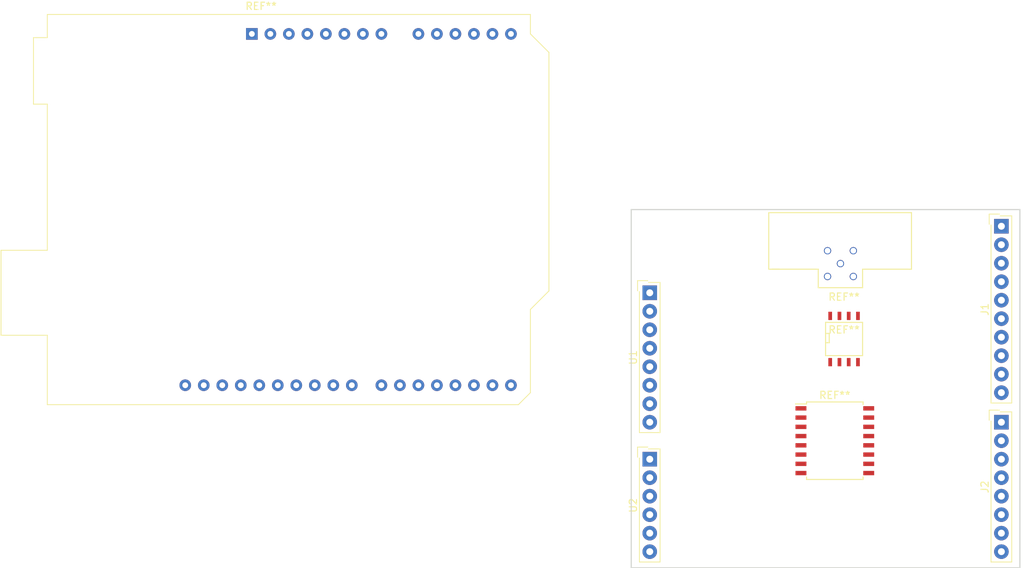
<source format=kicad_pcb>
(kicad_pcb (version 4) (host pcbnew 4.0.7)

  (general
    (links 0)
    (no_connects 0)
    (area 49.054999 63.795 190.035 141.995001)
    (thickness 1.6)
    (drawings 4)
    (tracks 0)
    (zones 0)
    (modules 8)
    (nets 33)
  )

  (page A4)
  (layers
    (0 F.Cu signal)
    (31 B.Cu signal)
    (32 B.Adhes user)
    (33 F.Adhes user)
    (34 B.Paste user)
    (35 F.Paste user)
    (36 B.SilkS user)
    (37 F.SilkS user)
    (38 B.Mask user)
    (39 F.Mask user)
    (40 Dwgs.User user)
    (41 Cmts.User user)
    (42 Eco1.User user)
    (43 Eco2.User user)
    (44 Edge.Cuts user)
    (45 Margin user)
    (46 B.CrtYd user)
    (47 F.CrtYd user)
    (48 B.Fab user)
    (49 F.Fab user)
  )

  (setup
    (last_trace_width 0.25)
    (trace_clearance 0.2)
    (zone_clearance 0.508)
    (zone_45_only no)
    (trace_min 0.2)
    (segment_width 0.2)
    (edge_width 0.15)
    (via_size 0.6)
    (via_drill 0.4)
    (via_min_size 0.4)
    (via_min_drill 0.3)
    (uvia_size 0.3)
    (uvia_drill 0.1)
    (uvias_allowed no)
    (uvia_min_size 0.2)
    (uvia_min_drill 0.1)
    (pcb_text_width 0.3)
    (pcb_text_size 1.5 1.5)
    (mod_edge_width 0.15)
    (mod_text_size 1 1)
    (mod_text_width 0.15)
    (pad_size 1.524 1.524)
    (pad_drill 0.762)
    (pad_to_mask_clearance 0.2)
    (aux_axis_origin 0 0)
    (visible_elements 7FFFFFFF)
    (pcbplotparams
      (layerselection 0x010f0_80000001)
      (usegerberextensions true)
      (excludeedgelayer true)
      (linewidth 0.100000)
      (plotframeref false)
      (viasonmask false)
      (mode 1)
      (useauxorigin false)
      (hpglpennumber 1)
      (hpglpenspeed 20)
      (hpglpendiameter 15)
      (hpglpenoverlay 2)
      (psnegative false)
      (psa4output false)
      (plotreference true)
      (plotvalue true)
      (plotinvisibletext false)
      (padsonsilk false)
      (subtractmaskfromsilk false)
      (outputformat 1)
      (mirror false)
      (drillshape 0)
      (scaleselection 1)
      (outputdirectory ""))
  )

  (net 0 "")
  (net 1 "Net-(U1-Pad1)")
  (net 2 "Net-(U1-Pad2)")
  (net 3 "Net-(U1-Pad3)")
  (net 4 "Net-(U1-Pad4)")
  (net 5 "Net-(U1-Pad5)")
  (net 6 "Net-(U1-Pad6)")
  (net 7 "Net-(U1-Pad7)")
  (net 8 "Net-(U1-Pad8)")
  (net 9 "Net-(U2-Pad1)")
  (net 10 "Net-(U2-Pad2)")
  (net 11 "Net-(U2-Pad3)")
  (net 12 "Net-(U2-Pad4)")
  (net 13 "Net-(U2-Pad5)")
  (net 14 "Net-(U2-Pad6)")
  (net 15 "Net-(J1-Pad1)")
  (net 16 "Net-(J1-Pad2)")
  (net 17 "Net-(J1-Pad3)")
  (net 18 "Net-(J1-Pad4)")
  (net 19 "Net-(J1-Pad5)")
  (net 20 "Net-(J1-Pad6)")
  (net 21 "Net-(J1-Pad7)")
  (net 22 "Net-(J1-Pad8)")
  (net 23 "Net-(J1-Pad9)")
  (net 24 "Net-(J1-Pad10)")
  (net 25 "Net-(J2-Pad1)")
  (net 26 "Net-(J2-Pad2)")
  (net 27 "Net-(J2-Pad3)")
  (net 28 "Net-(J2-Pad4)")
  (net 29 "Net-(J2-Pad5)")
  (net 30 "Net-(J2-Pad6)")
  (net 31 "Net-(J2-Pad7)")
  (net 32 "Net-(J2-Pad8)")

  (net_class Default "This is the default net class."
    (clearance 0.2)
    (trace_width 0.25)
    (via_dia 0.6)
    (via_drill 0.4)
    (uvia_dia 0.3)
    (uvia_drill 0.1)
    (add_net "Net-(J1-Pad1)")
    (add_net "Net-(J1-Pad10)")
    (add_net "Net-(J1-Pad2)")
    (add_net "Net-(J1-Pad3)")
    (add_net "Net-(J1-Pad4)")
    (add_net "Net-(J1-Pad5)")
    (add_net "Net-(J1-Pad6)")
    (add_net "Net-(J1-Pad7)")
    (add_net "Net-(J1-Pad8)")
    (add_net "Net-(J1-Pad9)")
    (add_net "Net-(J2-Pad1)")
    (add_net "Net-(J2-Pad2)")
    (add_net "Net-(J2-Pad3)")
    (add_net "Net-(J2-Pad4)")
    (add_net "Net-(J2-Pad5)")
    (add_net "Net-(J2-Pad6)")
    (add_net "Net-(J2-Pad7)")
    (add_net "Net-(J2-Pad8)")
    (add_net "Net-(U1-Pad1)")
    (add_net "Net-(U1-Pad2)")
    (add_net "Net-(U1-Pad3)")
    (add_net "Net-(U1-Pad4)")
    (add_net "Net-(U1-Pad5)")
    (add_net "Net-(U1-Pad6)")
    (add_net "Net-(U1-Pad7)")
    (add_net "Net-(U1-Pad8)")
    (add_net "Net-(U2-Pad1)")
    (add_net "Net-(U2-Pad2)")
    (add_net "Net-(U2-Pad3)")
    (add_net "Net-(U2-Pad4)")
    (add_net "Net-(U2-Pad5)")
    (add_net "Net-(U2-Pad6)")
  )

  (module Connectors_Samtec:SL-108-X-XX_1x08 (layer F.Cu) (tedit 59BD7D3C) (tstamp 59BD731A)
    (at 138.43 104.14)
    (descr "Low profile, screw machine socket strip, through hole, 100mil / 2.54mm pitch")
    (tags "samtec socket strip tht single")
    (path /59BD729D)
    (fp_text reference U1 (at -2.27 8.89 90) (layer F.SilkS)
      (effects (font (size 1 1) (thickness 0.15)))
    )
    (fp_text value CN6 (at 2.27 8.89 90) (layer F.Fab)
      (effects (font (size 1 1) (thickness 0.15)))
    )
    (fp_line (start -0.17 -1.42) (end 1.42 -1.42) (layer F.SilkS) (width 0.12))
    (fp_line (start 1.42 -1.42) (end 1.42 19.2) (layer F.SilkS) (width 0.12))
    (fp_line (start 1.42 19.2) (end -1.42 19.2) (layer F.SilkS) (width 0.12))
    (fp_line (start -1.42 19.2) (end -1.42 -0.17) (layer F.SilkS) (width 0.12))
    (fp_line (start -0.27 -1.67) (end -1.67 -1.67) (layer F.SilkS) (width 0.12))
    (fp_line (start -1.67 -1.67) (end -1.67 -0.27) (layer F.SilkS) (width 0.12))
    (fp_line (start -0.27 -1.67) (end -1.67 -1.67) (layer F.Fab) (width 0.1))
    (fp_line (start -1.67 -1.67) (end -1.67 -0.27) (layer F.Fab) (width 0.1))
    (fp_line (start -1.27 -1.27) (end -1.27 19.05) (layer F.Fab) (width 0.1))
    (fp_line (start -1.27 19.05) (end 1.27 19.05) (layer F.Fab) (width 0.1))
    (fp_line (start 1.27 19.05) (end 1.27 -1.27) (layer F.Fab) (width 0.1))
    (fp_line (start 1.27 -1.27) (end -1.27 -1.27) (layer F.Fab) (width 0.1))
    (fp_line (start -1.77 -1.77) (end -1.77 19.55) (layer F.CrtYd) (width 0.05))
    (fp_line (start -1.77 19.55) (end 1.77 19.55) (layer F.CrtYd) (width 0.05))
    (fp_line (start 1.77 19.55) (end 1.77 -1.77) (layer F.CrtYd) (width 0.05))
    (fp_line (start 1.77 -1.77) (end -1.77 -1.77) (layer F.CrtYd) (width 0.05))
    (fp_line (start -1.27 1.27) (end -1.07 1.27) (layer F.Fab) (width 0.1))
    (fp_line (start 1.27 1.27) (end 1.07 1.27) (layer F.Fab) (width 0.1))
    (fp_line (start -1.27 3.81) (end -1.07 3.81) (layer F.Fab) (width 0.1))
    (fp_line (start 1.27 3.81) (end 1.07 3.81) (layer F.Fab) (width 0.1))
    (fp_line (start -1.27 6.35) (end -1.07 6.35) (layer F.Fab) (width 0.1))
    (fp_line (start 1.27 6.35) (end 1.07 6.35) (layer F.Fab) (width 0.1))
    (fp_line (start -1.27 8.89) (end -1.07 8.89) (layer F.Fab) (width 0.1))
    (fp_line (start 1.27 8.89) (end 1.07 8.89) (layer F.Fab) (width 0.1))
    (fp_line (start -1.27 11.43) (end -1.07 11.43) (layer F.Fab) (width 0.1))
    (fp_line (start 1.27 11.43) (end 1.07 11.43) (layer F.Fab) (width 0.1))
    (fp_line (start -1.27 13.97) (end -1.07 13.97) (layer F.Fab) (width 0.1))
    (fp_line (start 1.27 13.97) (end 1.07 13.97) (layer F.Fab) (width 0.1))
    (fp_line (start -1.27 16.51) (end -1.07 16.51) (layer F.Fab) (width 0.1))
    (fp_line (start 1.27 16.51) (end 1.07 16.51) (layer F.Fab) (width 0.1))
    (fp_line (start -1.27 19.05) (end -1.07 19.05) (layer F.Fab) (width 0.1))
    (fp_line (start 1.27 19.05) (end 1.07 19.05) (layer F.Fab) (width 0.1))
    (fp_text user %R (at 0 8.89 90) (layer F.Fab)
      (effects (font (size 1 1) (thickness 0.15)))
    )
    (pad 1 thru_hole rect (at 0 0) (size 2 2) (drill 0.95) (layers *.Cu *.Mask)
      (net 1 "Net-(U1-Pad1)"))
    (pad 2 thru_hole circle (at 0 2.54) (size 2 2) (drill 0.95) (layers *.Cu *.Mask)
      (net 2 "Net-(U1-Pad2)"))
    (pad 3 thru_hole circle (at 0 5.08) (size 2 2) (drill 0.95) (layers *.Cu *.Mask)
      (net 3 "Net-(U1-Pad3)"))
    (pad 4 thru_hole circle (at 0 7.62) (size 2 2) (drill 0.95) (layers *.Cu *.Mask)
      (net 4 "Net-(U1-Pad4)"))
    (pad 5 thru_hole circle (at 0 10.16) (size 2 2) (drill 0.95) (layers *.Cu *.Mask)
      (net 5 "Net-(U1-Pad5)"))
    (pad 6 thru_hole circle (at 0 12.7) (size 2 2) (drill 0.95) (layers *.Cu *.Mask)
      (net 6 "Net-(U1-Pad6)"))
    (pad 7 thru_hole circle (at 0 15.24) (size 2 2) (drill 0.95) (layers *.Cu *.Mask)
      (net 7 "Net-(U1-Pad7)"))
    (pad 8 thru_hole circle (at 0 17.78) (size 2 2) (drill 0.95) (layers *.Cu *.Mask)
      (net 8 "Net-(U1-Pad8)"))
    (model ${KISYS3DMOD}/Connectors_Samtec.3dshapes/SL-108-X-XX_1x08.wrl
      (at (xyz 0 0 0))
      (scale (xyz 1 1 1))
      (rotate (xyz 0 0 0))
    )
  )

  (module Connectors_Samtec:SL-106-X-XX_1x06 (layer F.Cu) (tedit 590274D5) (tstamp 59BD7324)
    (at 138.43 127)
    (descr "Low profile, screw machine socket strip, through hole, 100mil / 2.54mm pitch")
    (tags "samtec socket strip tht single")
    (path /59BD72E8)
    (fp_text reference U2 (at -2.27 6.35 90) (layer F.SilkS)
      (effects (font (size 1 1) (thickness 0.15)))
    )
    (fp_text value CN8 (at 2.27 6.35 90) (layer F.Fab)
      (effects (font (size 1 1) (thickness 0.15)))
    )
    (fp_line (start -0.17 -1.42) (end 1.42 -1.42) (layer F.SilkS) (width 0.12))
    (fp_line (start 1.42 -1.42) (end 1.42 14.12) (layer F.SilkS) (width 0.12))
    (fp_line (start 1.42 14.12) (end -1.42 14.12) (layer F.SilkS) (width 0.12))
    (fp_line (start -1.42 14.12) (end -1.42 -0.17) (layer F.SilkS) (width 0.12))
    (fp_line (start -0.27 -1.67) (end -1.67 -1.67) (layer F.SilkS) (width 0.12))
    (fp_line (start -1.67 -1.67) (end -1.67 -0.27) (layer F.SilkS) (width 0.12))
    (fp_line (start -0.27 -1.67) (end -1.67 -1.67) (layer F.Fab) (width 0.1))
    (fp_line (start -1.67 -1.67) (end -1.67 -0.27) (layer F.Fab) (width 0.1))
    (fp_line (start -1.27 -1.27) (end -1.27 13.97) (layer F.Fab) (width 0.1))
    (fp_line (start -1.27 13.97) (end 1.27 13.97) (layer F.Fab) (width 0.1))
    (fp_line (start 1.27 13.97) (end 1.27 -1.27) (layer F.Fab) (width 0.1))
    (fp_line (start 1.27 -1.27) (end -1.27 -1.27) (layer F.Fab) (width 0.1))
    (fp_line (start -1.77 -1.77) (end -1.77 14.47) (layer F.CrtYd) (width 0.05))
    (fp_line (start -1.77 14.47) (end 1.77 14.47) (layer F.CrtYd) (width 0.05))
    (fp_line (start 1.77 14.47) (end 1.77 -1.77) (layer F.CrtYd) (width 0.05))
    (fp_line (start 1.77 -1.77) (end -1.77 -1.77) (layer F.CrtYd) (width 0.05))
    (fp_line (start -1.27 1.27) (end -1.07 1.27) (layer F.Fab) (width 0.1))
    (fp_line (start 1.27 1.27) (end 1.07 1.27) (layer F.Fab) (width 0.1))
    (fp_line (start -1.27 3.81) (end -1.07 3.81) (layer F.Fab) (width 0.1))
    (fp_line (start 1.27 3.81) (end 1.07 3.81) (layer F.Fab) (width 0.1))
    (fp_line (start -1.27 6.35) (end -1.07 6.35) (layer F.Fab) (width 0.1))
    (fp_line (start 1.27 6.35) (end 1.07 6.35) (layer F.Fab) (width 0.1))
    (fp_line (start -1.27 8.89) (end -1.07 8.89) (layer F.Fab) (width 0.1))
    (fp_line (start 1.27 8.89) (end 1.07 8.89) (layer F.Fab) (width 0.1))
    (fp_line (start -1.27 11.43) (end -1.07 11.43) (layer F.Fab) (width 0.1))
    (fp_line (start 1.27 11.43) (end 1.07 11.43) (layer F.Fab) (width 0.1))
    (fp_line (start -1.27 13.97) (end -1.07 13.97) (layer F.Fab) (width 0.1))
    (fp_line (start 1.27 13.97) (end 1.07 13.97) (layer F.Fab) (width 0.1))
    (fp_text user %R (at 0 6.35 90) (layer F.Fab)
      (effects (font (size 1 1) (thickness 0.15)))
    )
    (pad 1 thru_hole rect (at 0 0) (size 2 2) (drill 0.95) (layers *.Cu *.Mask)
      (net 9 "Net-(U2-Pad1)"))
    (pad 2 thru_hole circle (at 0 2.54) (size 2 2) (drill 0.95) (layers *.Cu *.Mask)
      (net 10 "Net-(U2-Pad2)"))
    (pad 3 thru_hole circle (at 0 5.08) (size 2 2) (drill 0.95) (layers *.Cu *.Mask)
      (net 11 "Net-(U2-Pad3)"))
    (pad 4 thru_hole circle (at 0 7.62) (size 2 2) (drill 0.95) (layers *.Cu *.Mask)
      (net 12 "Net-(U2-Pad4)"))
    (pad 5 thru_hole circle (at 0 10.16) (size 2 2) (drill 0.95) (layers *.Cu *.Mask)
      (net 13 "Net-(U2-Pad5)"))
    (pad 6 thru_hole circle (at 0 12.7) (size 2 2) (drill 0.95) (layers *.Cu *.Mask)
      (net 14 "Net-(U2-Pad6)"))
    (model ${KISYS3DMOD}/Connectors_Samtec.3dshapes/SL-106-X-XX_1x06.wrl
      (at (xyz 0 0 0))
      (scale (xyz 1 1 1))
      (rotate (xyz 0 0 0))
    )
  )

  (module Connectors_Samtec:SL-110-X-XX_1x10 (layer F.Cu) (tedit 590274D5) (tstamp 59C449CB)
    (at 186.69 95)
    (descr "Low profile, screw machine socket strip, through hole, 100mil / 2.54mm pitch")
    (tags "samtec socket strip tht single")
    (path /59C43F10)
    (fp_text reference J1 (at -2.27 11.43 90) (layer F.SilkS)
      (effects (font (size 1 1) (thickness 0.15)))
    )
    (fp_text value CN5 (at 2.27 11.43 90) (layer F.Fab)
      (effects (font (size 1 1) (thickness 0.15)))
    )
    (fp_line (start -0.17 -1.42) (end 1.42 -1.42) (layer F.SilkS) (width 0.12))
    (fp_line (start 1.42 -1.42) (end 1.42 24.28) (layer F.SilkS) (width 0.12))
    (fp_line (start 1.42 24.28) (end -1.42 24.28) (layer F.SilkS) (width 0.12))
    (fp_line (start -1.42 24.28) (end -1.42 -0.17) (layer F.SilkS) (width 0.12))
    (fp_line (start -0.27 -1.67) (end -1.67 -1.67) (layer F.SilkS) (width 0.12))
    (fp_line (start -1.67 -1.67) (end -1.67 -0.27) (layer F.SilkS) (width 0.12))
    (fp_line (start -0.27 -1.67) (end -1.67 -1.67) (layer F.Fab) (width 0.1))
    (fp_line (start -1.67 -1.67) (end -1.67 -0.27) (layer F.Fab) (width 0.1))
    (fp_line (start -1.27 -1.27) (end -1.27 24.13) (layer F.Fab) (width 0.1))
    (fp_line (start -1.27 24.13) (end 1.27 24.13) (layer F.Fab) (width 0.1))
    (fp_line (start 1.27 24.13) (end 1.27 -1.27) (layer F.Fab) (width 0.1))
    (fp_line (start 1.27 -1.27) (end -1.27 -1.27) (layer F.Fab) (width 0.1))
    (fp_line (start -1.77 -1.77) (end -1.77 24.63) (layer F.CrtYd) (width 0.05))
    (fp_line (start -1.77 24.63) (end 1.77 24.63) (layer F.CrtYd) (width 0.05))
    (fp_line (start 1.77 24.63) (end 1.77 -1.77) (layer F.CrtYd) (width 0.05))
    (fp_line (start 1.77 -1.77) (end -1.77 -1.77) (layer F.CrtYd) (width 0.05))
    (fp_line (start -1.27 1.27) (end -1.07 1.27) (layer F.Fab) (width 0.1))
    (fp_line (start 1.27 1.27) (end 1.07 1.27) (layer F.Fab) (width 0.1))
    (fp_line (start -1.27 3.81) (end -1.07 3.81) (layer F.Fab) (width 0.1))
    (fp_line (start 1.27 3.81) (end 1.07 3.81) (layer F.Fab) (width 0.1))
    (fp_line (start -1.27 6.35) (end -1.07 6.35) (layer F.Fab) (width 0.1))
    (fp_line (start 1.27 6.35) (end 1.07 6.35) (layer F.Fab) (width 0.1))
    (fp_line (start -1.27 8.89) (end -1.07 8.89) (layer F.Fab) (width 0.1))
    (fp_line (start 1.27 8.89) (end 1.07 8.89) (layer F.Fab) (width 0.1))
    (fp_line (start -1.27 11.43) (end -1.07 11.43) (layer F.Fab) (width 0.1))
    (fp_line (start 1.27 11.43) (end 1.07 11.43) (layer F.Fab) (width 0.1))
    (fp_line (start -1.27 13.97) (end -1.07 13.97) (layer F.Fab) (width 0.1))
    (fp_line (start 1.27 13.97) (end 1.07 13.97) (layer F.Fab) (width 0.1))
    (fp_line (start -1.27 16.51) (end -1.07 16.51) (layer F.Fab) (width 0.1))
    (fp_line (start 1.27 16.51) (end 1.07 16.51) (layer F.Fab) (width 0.1))
    (fp_line (start -1.27 19.05) (end -1.07 19.05) (layer F.Fab) (width 0.1))
    (fp_line (start 1.27 19.05) (end 1.07 19.05) (layer F.Fab) (width 0.1))
    (fp_line (start -1.27 21.59) (end -1.07 21.59) (layer F.Fab) (width 0.1))
    (fp_line (start 1.27 21.59) (end 1.07 21.59) (layer F.Fab) (width 0.1))
    (fp_line (start -1.27 24.13) (end -1.07 24.13) (layer F.Fab) (width 0.1))
    (fp_line (start 1.27 24.13) (end 1.07 24.13) (layer F.Fab) (width 0.1))
    (fp_text user %R (at 0 11.43 90) (layer F.Fab)
      (effects (font (size 1 1) (thickness 0.15)))
    )
    (pad 1 thru_hole rect (at 0 0) (size 2 2) (drill 0.95) (layers *.Cu *.Mask)
      (net 15 "Net-(J1-Pad1)"))
    (pad 2 thru_hole circle (at 0 2.54) (size 2 2) (drill 0.95) (layers *.Cu *.Mask)
      (net 16 "Net-(J1-Pad2)"))
    (pad 3 thru_hole circle (at 0 5.08) (size 2 2) (drill 0.95) (layers *.Cu *.Mask)
      (net 17 "Net-(J1-Pad3)"))
    (pad 4 thru_hole circle (at 0 7.62) (size 2 2) (drill 0.95) (layers *.Cu *.Mask)
      (net 18 "Net-(J1-Pad4)"))
    (pad 5 thru_hole circle (at 0 10.16) (size 2 2) (drill 0.95) (layers *.Cu *.Mask)
      (net 19 "Net-(J1-Pad5)"))
    (pad 6 thru_hole circle (at 0 12.7) (size 2 2) (drill 0.95) (layers *.Cu *.Mask)
      (net 20 "Net-(J1-Pad6)"))
    (pad 7 thru_hole circle (at 0 15.24) (size 2 2) (drill 0.95) (layers *.Cu *.Mask)
      (net 21 "Net-(J1-Pad7)"))
    (pad 8 thru_hole circle (at 0 17.78) (size 2 2) (drill 0.95) (layers *.Cu *.Mask)
      (net 22 "Net-(J1-Pad8)"))
    (pad 9 thru_hole circle (at 0 20.32) (size 2 2) (drill 0.95) (layers *.Cu *.Mask)
      (net 23 "Net-(J1-Pad9)"))
    (pad 10 thru_hole circle (at 0 22.86) (size 2 2) (drill 0.95) (layers *.Cu *.Mask)
      (net 24 "Net-(J1-Pad10)"))
    (model ${KISYS3DMOD}/Connectors_Samtec.3dshapes/SL-110-X-XX_1x10.wrl
      (at (xyz 0 0 0))
      (scale (xyz 1 1 1))
      (rotate (xyz 0 0 0))
    )
  )

  (module Connectors_Samtec:SL-108-X-XX_1x08 (layer F.Cu) (tedit 590274D5) (tstamp 59C449F8)
    (at 186.69 121.92)
    (descr "Low profile, screw machine socket strip, through hole, 100mil / 2.54mm pitch")
    (tags "samtec socket strip tht single")
    (path /59C43F5D)
    (fp_text reference J2 (at -2.27 8.89 90) (layer F.SilkS)
      (effects (font (size 1 1) (thickness 0.15)))
    )
    (fp_text value CN9 (at 2.27 8.89 90) (layer F.Fab)
      (effects (font (size 1 1) (thickness 0.15)))
    )
    (fp_line (start -0.17 -1.42) (end 1.42 -1.42) (layer F.SilkS) (width 0.12))
    (fp_line (start 1.42 -1.42) (end 1.42 19.2) (layer F.SilkS) (width 0.12))
    (fp_line (start 1.42 19.2) (end -1.42 19.2) (layer F.SilkS) (width 0.12))
    (fp_line (start -1.42 19.2) (end -1.42 -0.17) (layer F.SilkS) (width 0.12))
    (fp_line (start -0.27 -1.67) (end -1.67 -1.67) (layer F.SilkS) (width 0.12))
    (fp_line (start -1.67 -1.67) (end -1.67 -0.27) (layer F.SilkS) (width 0.12))
    (fp_line (start -0.27 -1.67) (end -1.67 -1.67) (layer F.Fab) (width 0.1))
    (fp_line (start -1.67 -1.67) (end -1.67 -0.27) (layer F.Fab) (width 0.1))
    (fp_line (start -1.27 -1.27) (end -1.27 19.05) (layer F.Fab) (width 0.1))
    (fp_line (start -1.27 19.05) (end 1.27 19.05) (layer F.Fab) (width 0.1))
    (fp_line (start 1.27 19.05) (end 1.27 -1.27) (layer F.Fab) (width 0.1))
    (fp_line (start 1.27 -1.27) (end -1.27 -1.27) (layer F.Fab) (width 0.1))
    (fp_line (start -1.77 -1.77) (end -1.77 19.55) (layer F.CrtYd) (width 0.05))
    (fp_line (start -1.77 19.55) (end 1.77 19.55) (layer F.CrtYd) (width 0.05))
    (fp_line (start 1.77 19.55) (end 1.77 -1.77) (layer F.CrtYd) (width 0.05))
    (fp_line (start 1.77 -1.77) (end -1.77 -1.77) (layer F.CrtYd) (width 0.05))
    (fp_line (start -1.27 1.27) (end -1.07 1.27) (layer F.Fab) (width 0.1))
    (fp_line (start 1.27 1.27) (end 1.07 1.27) (layer F.Fab) (width 0.1))
    (fp_line (start -1.27 3.81) (end -1.07 3.81) (layer F.Fab) (width 0.1))
    (fp_line (start 1.27 3.81) (end 1.07 3.81) (layer F.Fab) (width 0.1))
    (fp_line (start -1.27 6.35) (end -1.07 6.35) (layer F.Fab) (width 0.1))
    (fp_line (start 1.27 6.35) (end 1.07 6.35) (layer F.Fab) (width 0.1))
    (fp_line (start -1.27 8.89) (end -1.07 8.89) (layer F.Fab) (width 0.1))
    (fp_line (start 1.27 8.89) (end 1.07 8.89) (layer F.Fab) (width 0.1))
    (fp_line (start -1.27 11.43) (end -1.07 11.43) (layer F.Fab) (width 0.1))
    (fp_line (start 1.27 11.43) (end 1.07 11.43) (layer F.Fab) (width 0.1))
    (fp_line (start -1.27 13.97) (end -1.07 13.97) (layer F.Fab) (width 0.1))
    (fp_line (start 1.27 13.97) (end 1.07 13.97) (layer F.Fab) (width 0.1))
    (fp_line (start -1.27 16.51) (end -1.07 16.51) (layer F.Fab) (width 0.1))
    (fp_line (start 1.27 16.51) (end 1.07 16.51) (layer F.Fab) (width 0.1))
    (fp_line (start -1.27 19.05) (end -1.07 19.05) (layer F.Fab) (width 0.1))
    (fp_line (start 1.27 19.05) (end 1.07 19.05) (layer F.Fab) (width 0.1))
    (fp_text user %R (at 0 8.89 90) (layer F.Fab)
      (effects (font (size 1 1) (thickness 0.15)))
    )
    (pad 1 thru_hole rect (at 0 0) (size 2 2) (drill 0.95) (layers *.Cu *.Mask)
      (net 25 "Net-(J2-Pad1)"))
    (pad 2 thru_hole circle (at 0 2.54) (size 2 2) (drill 0.95) (layers *.Cu *.Mask)
      (net 26 "Net-(J2-Pad2)"))
    (pad 3 thru_hole circle (at 0 5.08) (size 2 2) (drill 0.95) (layers *.Cu *.Mask)
      (net 27 "Net-(J2-Pad3)"))
    (pad 4 thru_hole circle (at 0 7.62) (size 2 2) (drill 0.95) (layers *.Cu *.Mask)
      (net 28 "Net-(J2-Pad4)"))
    (pad 5 thru_hole circle (at 0 10.16) (size 2 2) (drill 0.95) (layers *.Cu *.Mask)
      (net 29 "Net-(J2-Pad5)"))
    (pad 6 thru_hole circle (at 0 12.7) (size 2 2) (drill 0.95) (layers *.Cu *.Mask)
      (net 30 "Net-(J2-Pad6)"))
    (pad 7 thru_hole circle (at 0 15.24) (size 2 2) (drill 0.95) (layers *.Cu *.Mask)
      (net 31 "Net-(J2-Pad7)"))
    (pad 8 thru_hole circle (at 0 17.78) (size 2 2) (drill 0.95) (layers *.Cu *.Mask)
      (net 32 "Net-(J2-Pad8)"))
    (model ${KISYS3DMOD}/Connectors_Samtec.3dshapes/SL-108-X-XX_1x08.wrl
      (at (xyz 0 0 0))
      (scale (xyz 1 1 1))
      (rotate (xyz 0 0 0))
    )
  )

  (module MotorControllerStuff:CANadapter (layer F.Cu) (tedit 59DED71D) (tstamp 59DED7BC)
    (at 165.1 99.63)
    (fp_text reference REF** (at 0 5.08) (layer F.SilkS)
      (effects (font (size 1 1) (thickness 0.15)))
    )
    (fp_text value CANadapter (at 0 -7.62) (layer F.Fab)
      (effects (font (size 1 1) (thickness 0.15)))
    )
    (fp_line (start -10.25 -6.5) (end 9.25 -6.5) (layer F.SilkS) (width 0.15))
    (fp_line (start -9.89 1.27) (end -3.54 1.27) (layer F.SilkS) (width 0.15))
    (fp_line (start -3.54 1.27) (end -3.54 3.81) (layer F.SilkS) (width 0.15))
    (fp_line (start -3.54 3.81) (end 2.54 3.81) (layer F.SilkS) (width 0.15))
    (fp_line (start 2.54 3.81) (end 2.54 1.27) (layer F.SilkS) (width 0.15))
    (fp_line (start 2.54 1.27) (end 9.25 1.27) (layer F.SilkS) (width 0.15))
    (fp_line (start 9.25 1.27) (end 9.25 -6.5) (layer F.SilkS) (width 0.15))
    (fp_line (start -10.34 -6.5) (end -10.34 1.27) (layer F.SilkS) (width 0.15))
    (fp_line (start -10.25 1.27) (end -8.89 1.27) (layer F.SilkS) (width 0.15))
    (pad 1 thru_hole circle (at 1.27 -1.27) (size 1 1) (drill 0.762) (layers *.Cu *.Mask))
    (pad 2 thru_hole circle (at -2.27 -1.27) (size 1 1) (drill 0.762) (layers *.Cu *.Mask))
    (pad 3 thru_hole circle (at 1.27 2.27) (size 1 1) (drill 0.762) (layers *.Cu *.Mask))
    (pad 4 thru_hole circle (at -2.27 2.27) (size 1 1) (drill 0.762) (layers *.Cu *.Mask))
    (pad 5 thru_hole circle (at -0.5 0.5) (size 1 1) (drill 0.762) (layers *.Cu *.Mask))
  )

  (module SMD_Packages:SOIC-8-N (layer F.Cu) (tedit 0) (tstamp 59DED968)
    (at 165.1 110.49)
    (descr "Module Narrow CMS SOJ 8 pins large")
    (tags "CMS SOJ")
    (attr smd)
    (fp_text reference REF** (at 0 -1.27) (layer F.SilkS)
      (effects (font (size 1 1) (thickness 0.15)))
    )
    (fp_text value SOIC-8-N (at 0 1.27) (layer F.Fab)
      (effects (font (size 1 1) (thickness 0.15)))
    )
    (fp_line (start -2.54 -2.286) (end 2.54 -2.286) (layer F.SilkS) (width 0.15))
    (fp_line (start 2.54 -2.286) (end 2.54 2.286) (layer F.SilkS) (width 0.15))
    (fp_line (start 2.54 2.286) (end -2.54 2.286) (layer F.SilkS) (width 0.15))
    (fp_line (start -2.54 2.286) (end -2.54 -2.286) (layer F.SilkS) (width 0.15))
    (fp_line (start -2.54 -0.762) (end -2.032 -0.762) (layer F.SilkS) (width 0.15))
    (fp_line (start -2.032 -0.762) (end -2.032 0.508) (layer F.SilkS) (width 0.15))
    (fp_line (start -2.032 0.508) (end -2.54 0.508) (layer F.SilkS) (width 0.15))
    (pad 8 smd rect (at -1.905 -3.175) (size 0.508 1.143) (layers F.Cu F.Paste F.Mask))
    (pad 7 smd rect (at -0.635 -3.175) (size 0.508 1.143) (layers F.Cu F.Paste F.Mask))
    (pad 6 smd rect (at 0.635 -3.175) (size 0.508 1.143) (layers F.Cu F.Paste F.Mask))
    (pad 5 smd rect (at 1.905 -3.175) (size 0.508 1.143) (layers F.Cu F.Paste F.Mask))
    (pad 4 smd rect (at 1.905 3.175) (size 0.508 1.143) (layers F.Cu F.Paste F.Mask))
    (pad 3 smd rect (at 0.635 3.175) (size 0.508 1.143) (layers F.Cu F.Paste F.Mask))
    (pad 2 smd rect (at -0.635 3.175) (size 0.508 1.143) (layers F.Cu F.Paste F.Mask))
    (pad 1 smd rect (at -1.905 3.175) (size 0.508 1.143) (layers F.Cu F.Paste F.Mask))
    (model SMD_Packages.3dshapes/SOIC-8-N.wrl
      (at (xyz 0 0 0))
      (scale (xyz 0.5 0.38 0.5))
      (rotate (xyz 0 0 0))
    )
  )

  (module Modules:Arduino_UNO_R3 (layer F.Cu) (tedit 58AB60FC) (tstamp 59DEDAFA)
    (at 83.82 68.58)
    (descr "Arduino UNO R3, http://www.mouser.com/pdfdocs/Gravitech_Arduino_Nano3_0.pdf")
    (tags "Arduino UNO R3")
    (fp_text reference REF** (at 1.27 -3.81 180) (layer F.SilkS)
      (effects (font (size 1 1) (thickness 0.15)))
    )
    (fp_text value Arduino_UNO_R3 (at 0 22.86) (layer F.Fab)
      (effects (font (size 1 1) (thickness 0.15)))
    )
    (fp_text user %R (at 0 20.32 180) (layer F.Fab)
      (effects (font (size 1 1) (thickness 0.15)))
    )
    (fp_line (start 38.35 -2.79) (end 38.35 0) (layer F.CrtYd) (width 0.05))
    (fp_line (start 38.35 0) (end 40.89 2.54) (layer F.CrtYd) (width 0.05))
    (fp_line (start 40.89 2.54) (end 40.89 35.31) (layer F.CrtYd) (width 0.05))
    (fp_line (start 40.89 35.31) (end 38.35 37.85) (layer F.CrtYd) (width 0.05))
    (fp_line (start 38.35 37.85) (end 38.35 49.28) (layer F.CrtYd) (width 0.05))
    (fp_line (start 38.35 49.28) (end 36.58 51.05) (layer F.CrtYd) (width 0.05))
    (fp_line (start 36.58 51.05) (end -28.19 51.05) (layer F.CrtYd) (width 0.05))
    (fp_line (start -28.19 51.05) (end -28.19 41.53) (layer F.CrtYd) (width 0.05))
    (fp_line (start -28.19 41.53) (end -34.54 41.53) (layer F.CrtYd) (width 0.05))
    (fp_line (start -34.54 41.53) (end -34.54 29.59) (layer F.CrtYd) (width 0.05))
    (fp_line (start -34.54 29.59) (end -28.19 29.59) (layer F.CrtYd) (width 0.05))
    (fp_line (start -28.19 29.59) (end -28.19 9.78) (layer F.CrtYd) (width 0.05))
    (fp_line (start -28.19 9.78) (end -30.1 9.78) (layer F.CrtYd) (width 0.05))
    (fp_line (start -30.1 9.78) (end -30.1 0.38) (layer F.CrtYd) (width 0.05))
    (fp_line (start -30.1 0.38) (end -28.19 0.38) (layer F.CrtYd) (width 0.05))
    (fp_line (start -28.19 0.38) (end -28.19 -2.79) (layer F.CrtYd) (width 0.05))
    (fp_line (start -28.19 -2.79) (end 38.35 -2.79) (layer F.CrtYd) (width 0.05))
    (fp_line (start 40.77 35.31) (end 40.77 2.54) (layer F.SilkS) (width 0.12))
    (fp_line (start 40.77 2.54) (end 38.23 0) (layer F.SilkS) (width 0.12))
    (fp_line (start 38.23 0) (end 38.23 -2.67) (layer F.SilkS) (width 0.12))
    (fp_line (start 38.23 -2.67) (end -28.07 -2.67) (layer F.SilkS) (width 0.12))
    (fp_line (start -28.07 -2.67) (end -28.07 0.51) (layer F.SilkS) (width 0.12))
    (fp_line (start -28.07 0.51) (end -29.97 0.51) (layer F.SilkS) (width 0.12))
    (fp_line (start -29.97 0.51) (end -29.97 9.65) (layer F.SilkS) (width 0.12))
    (fp_line (start -29.97 9.65) (end -28.07 9.65) (layer F.SilkS) (width 0.12))
    (fp_line (start -28.07 9.65) (end -28.07 29.72) (layer F.SilkS) (width 0.12))
    (fp_line (start -28.07 29.72) (end -34.42 29.72) (layer F.SilkS) (width 0.12))
    (fp_line (start -34.42 29.72) (end -34.42 41.4) (layer F.SilkS) (width 0.12))
    (fp_line (start -34.42 41.4) (end -28.07 41.4) (layer F.SilkS) (width 0.12))
    (fp_line (start -28.07 41.4) (end -28.07 50.93) (layer F.SilkS) (width 0.12))
    (fp_line (start -28.07 50.93) (end 36.58 50.93) (layer F.SilkS) (width 0.12))
    (fp_line (start 36.58 50.93) (end 38.23 49.28) (layer F.SilkS) (width 0.12))
    (fp_line (start 38.23 49.28) (end 38.23 37.85) (layer F.SilkS) (width 0.12))
    (fp_line (start 38.23 37.85) (end 40.77 35.31) (layer F.SilkS) (width 0.12))
    (fp_line (start -34.29 29.84) (end -18.41 29.84) (layer F.Fab) (width 0.1))
    (fp_line (start -18.41 29.84) (end -18.41 41.27) (layer F.Fab) (width 0.1))
    (fp_line (start -18.41 41.27) (end -34.29 41.27) (layer F.Fab) (width 0.1))
    (fp_line (start -34.29 41.27) (end -34.29 29.84) (layer F.Fab) (width 0.1))
    (fp_line (start -29.84 0.64) (end -16.51 0.64) (layer F.Fab) (width 0.1))
    (fp_line (start -16.51 0.64) (end -16.51 9.53) (layer F.Fab) (width 0.1))
    (fp_line (start -16.51 9.53) (end -29.84 9.53) (layer F.Fab) (width 0.1))
    (fp_line (start -29.84 9.53) (end -29.84 0.64) (layer F.Fab) (width 0.1))
    (fp_line (start 38.1 37.85) (end 38.1 49.28) (layer F.Fab) (width 0.1))
    (fp_line (start 40.64 2.54) (end 40.64 35.31) (layer F.Fab) (width 0.1))
    (fp_line (start 40.64 35.31) (end 38.1 37.85) (layer F.Fab) (width 0.1))
    (fp_line (start 38.1 -2.54) (end 38.1 0) (layer F.Fab) (width 0.1))
    (fp_line (start 38.1 0) (end 40.64 2.54) (layer F.Fab) (width 0.1))
    (fp_line (start 38.1 49.28) (end 36.58 50.8) (layer F.Fab) (width 0.1))
    (fp_line (start 36.58 50.8) (end -27.94 50.8) (layer F.Fab) (width 0.1))
    (fp_line (start -27.94 50.8) (end -27.94 -2.54) (layer F.Fab) (width 0.1))
    (fp_line (start -27.94 -2.54) (end 38.1 -2.54) (layer F.Fab) (width 0.1))
    (pad 32 thru_hole oval (at -9.14 48.26 90) (size 1.6 1.6) (drill 0.8) (layers *.Cu *.Mask))
    (pad 31 thru_hole oval (at -6.6 48.26 90) (size 1.6 1.6) (drill 0.8) (layers *.Cu *.Mask))
    (pad 1 thru_hole rect (at 0 0 90) (size 1.6 1.6) (drill 0.8) (layers *.Cu *.Mask))
    (pad 17 thru_hole oval (at 30.48 48.26 90) (size 1.6 1.6) (drill 0.8) (layers *.Cu *.Mask))
    (pad 2 thru_hole oval (at 2.54 0 90) (size 1.6 1.6) (drill 0.8) (layers *.Cu *.Mask))
    (pad 18 thru_hole oval (at 27.94 48.26 90) (size 1.6 1.6) (drill 0.8) (layers *.Cu *.Mask))
    (pad 3 thru_hole oval (at 5.08 0 90) (size 1.6 1.6) (drill 0.8) (layers *.Cu *.Mask))
    (pad 19 thru_hole oval (at 25.4 48.26 90) (size 1.6 1.6) (drill 0.8) (layers *.Cu *.Mask))
    (pad 4 thru_hole oval (at 7.62 0 90) (size 1.6 1.6) (drill 0.8) (layers *.Cu *.Mask))
    (pad 20 thru_hole oval (at 22.86 48.26 90) (size 1.6 1.6) (drill 0.8) (layers *.Cu *.Mask))
    (pad 5 thru_hole oval (at 10.16 0 90) (size 1.6 1.6) (drill 0.8) (layers *.Cu *.Mask))
    (pad 21 thru_hole oval (at 20.32 48.26 90) (size 1.6 1.6) (drill 0.8) (layers *.Cu *.Mask))
    (pad 6 thru_hole oval (at 12.7 0 90) (size 1.6 1.6) (drill 0.8) (layers *.Cu *.Mask))
    (pad 22 thru_hole oval (at 17.78 48.26 90) (size 1.6 1.6) (drill 0.8) (layers *.Cu *.Mask))
    (pad 7 thru_hole oval (at 15.24 0 90) (size 1.6 1.6) (drill 0.8) (layers *.Cu *.Mask))
    (pad 23 thru_hole oval (at 13.72 48.26 90) (size 1.6 1.6) (drill 0.8) (layers *.Cu *.Mask))
    (pad 8 thru_hole oval (at 17.78 0 90) (size 1.6 1.6) (drill 0.8) (layers *.Cu *.Mask))
    (pad 24 thru_hole oval (at 11.18 48.26 90) (size 1.6 1.6) (drill 0.8) (layers *.Cu *.Mask))
    (pad 9 thru_hole oval (at 22.86 0 90) (size 1.6 1.6) (drill 0.8) (layers *.Cu *.Mask))
    (pad 25 thru_hole oval (at 8.64 48.26 90) (size 1.6 1.6) (drill 0.8) (layers *.Cu *.Mask))
    (pad 10 thru_hole oval (at 25.4 0 90) (size 1.6 1.6) (drill 0.8) (layers *.Cu *.Mask))
    (pad 26 thru_hole oval (at 6.1 48.26 90) (size 1.6 1.6) (drill 0.8) (layers *.Cu *.Mask))
    (pad 11 thru_hole oval (at 27.94 0 90) (size 1.6 1.6) (drill 0.8) (layers *.Cu *.Mask))
    (pad 27 thru_hole oval (at 3.56 48.26 90) (size 1.6 1.6) (drill 0.8) (layers *.Cu *.Mask))
    (pad 12 thru_hole oval (at 30.48 0 90) (size 1.6 1.6) (drill 0.8) (layers *.Cu *.Mask))
    (pad 28 thru_hole oval (at 1.02 48.26 90) (size 1.6 1.6) (drill 0.8) (layers *.Cu *.Mask))
    (pad 13 thru_hole oval (at 33.02 0 90) (size 1.6 1.6) (drill 0.8) (layers *.Cu *.Mask))
    (pad 29 thru_hole oval (at -1.52 48.26 90) (size 1.6 1.6) (drill 0.8) (layers *.Cu *.Mask))
    (pad 14 thru_hole oval (at 35.56 0 90) (size 1.6 1.6) (drill 0.8) (layers *.Cu *.Mask))
    (pad 30 thru_hole oval (at -4.06 48.26 90) (size 1.6 1.6) (drill 0.8) (layers *.Cu *.Mask))
    (pad 15 thru_hole oval (at 35.56 48.26 90) (size 1.6 1.6) (drill 0.8) (layers *.Cu *.Mask))
    (pad 16 thru_hole oval (at 33.02 48.26 90) (size 1.6 1.6) (drill 0.8) (layers *.Cu *.Mask))
  )

  (module Housings_SOIC:SOIC-16W_7.5x10.3mm_Pitch1.27mm (layer F.Cu) (tedit 58CC8F64) (tstamp 59EB9F14)
    (at 163.83 124.46)
    (descr "16-Lead Plastic Small Outline (SO) - Wide, 7.50 mm Body [SOIC] (see Microchip Packaging Specification 00000049BS.pdf)")
    (tags "SOIC 1.27")
    (attr smd)
    (fp_text reference REF** (at 0 -6.25) (layer F.SilkS)
      (effects (font (size 1 1) (thickness 0.15)))
    )
    (fp_text value SOIC-16W_7.5x10.3mm_Pitch1.27mm (at 0 6.25) (layer F.Fab)
      (effects (font (size 1 1) (thickness 0.15)))
    )
    (fp_text user %R (at 0 0) (layer F.Fab)
      (effects (font (size 1 1) (thickness 0.15)))
    )
    (fp_line (start -2.75 -5.15) (end 3.75 -5.15) (layer F.Fab) (width 0.15))
    (fp_line (start 3.75 -5.15) (end 3.75 5.15) (layer F.Fab) (width 0.15))
    (fp_line (start 3.75 5.15) (end -3.75 5.15) (layer F.Fab) (width 0.15))
    (fp_line (start -3.75 5.15) (end -3.75 -4.15) (layer F.Fab) (width 0.15))
    (fp_line (start -3.75 -4.15) (end -2.75 -5.15) (layer F.Fab) (width 0.15))
    (fp_line (start -5.65 -5.5) (end -5.65 5.5) (layer F.CrtYd) (width 0.05))
    (fp_line (start 5.65 -5.5) (end 5.65 5.5) (layer F.CrtYd) (width 0.05))
    (fp_line (start -5.65 -5.5) (end 5.65 -5.5) (layer F.CrtYd) (width 0.05))
    (fp_line (start -5.65 5.5) (end 5.65 5.5) (layer F.CrtYd) (width 0.05))
    (fp_line (start -3.875 -5.325) (end -3.875 -5.05) (layer F.SilkS) (width 0.15))
    (fp_line (start 3.875 -5.325) (end 3.875 -4.97) (layer F.SilkS) (width 0.15))
    (fp_line (start 3.875 5.325) (end 3.875 4.97) (layer F.SilkS) (width 0.15))
    (fp_line (start -3.875 5.325) (end -3.875 4.97) (layer F.SilkS) (width 0.15))
    (fp_line (start -3.875 -5.325) (end 3.875 -5.325) (layer F.SilkS) (width 0.15))
    (fp_line (start -3.875 5.325) (end 3.875 5.325) (layer F.SilkS) (width 0.15))
    (fp_line (start -3.875 -5.05) (end -5.4 -5.05) (layer F.SilkS) (width 0.15))
    (pad 1 smd rect (at -4.65 -4.445) (size 1.5 0.6) (layers F.Cu F.Paste F.Mask))
    (pad 2 smd rect (at -4.65 -3.175) (size 1.5 0.6) (layers F.Cu F.Paste F.Mask))
    (pad 3 smd rect (at -4.65 -1.905) (size 1.5 0.6) (layers F.Cu F.Paste F.Mask))
    (pad 4 smd rect (at -4.65 -0.635) (size 1.5 0.6) (layers F.Cu F.Paste F.Mask))
    (pad 5 smd rect (at -4.65 0.635) (size 1.5 0.6) (layers F.Cu F.Paste F.Mask))
    (pad 6 smd rect (at -4.65 1.905) (size 1.5 0.6) (layers F.Cu F.Paste F.Mask))
    (pad 7 smd rect (at -4.65 3.175) (size 1.5 0.6) (layers F.Cu F.Paste F.Mask))
    (pad 8 smd rect (at -4.65 4.445) (size 1.5 0.6) (layers F.Cu F.Paste F.Mask))
    (pad 9 smd rect (at 4.65 4.445) (size 1.5 0.6) (layers F.Cu F.Paste F.Mask))
    (pad 10 smd rect (at 4.65 3.175) (size 1.5 0.6) (layers F.Cu F.Paste F.Mask))
    (pad 11 smd rect (at 4.65 1.905) (size 1.5 0.6) (layers F.Cu F.Paste F.Mask))
    (pad 12 smd rect (at 4.65 0.635) (size 1.5 0.6) (layers F.Cu F.Paste F.Mask))
    (pad 13 smd rect (at 4.65 -0.635) (size 1.5 0.6) (layers F.Cu F.Paste F.Mask))
    (pad 14 smd rect (at 4.65 -1.905) (size 1.5 0.6) (layers F.Cu F.Paste F.Mask))
    (pad 15 smd rect (at 4.65 -3.175) (size 1.5 0.6) (layers F.Cu F.Paste F.Mask))
    (pad 16 smd rect (at 4.65 -4.445) (size 1.5 0.6) (layers F.Cu F.Paste F.Mask))
    (model ${KISYS3DMOD}/Housings_SOIC.3dshapes/SOIC-16W_7.5x10.3mm_Pitch1.27mm.wrl
      (at (xyz 0 0 0))
      (scale (xyz 1 1 1))
      (rotate (xyz 0 0 0))
    )
  )

  (gr_line (start 189.23 92.71) (end 135.89 92.71) (angle 90) (layer Edge.Cuts) (width 0.15))
  (gr_line (start 189.23 141.92) (end 189.23 92.71) (angle 90) (layer Edge.Cuts) (width 0.15))
  (gr_line (start 135.89 141.92) (end 189.23 141.92) (angle 90) (layer Edge.Cuts) (width 0.15))
  (gr_line (start 135.89 92.71) (end 135.89 141.92) (angle 90) (layer Edge.Cuts) (width 0.15))

)

</source>
